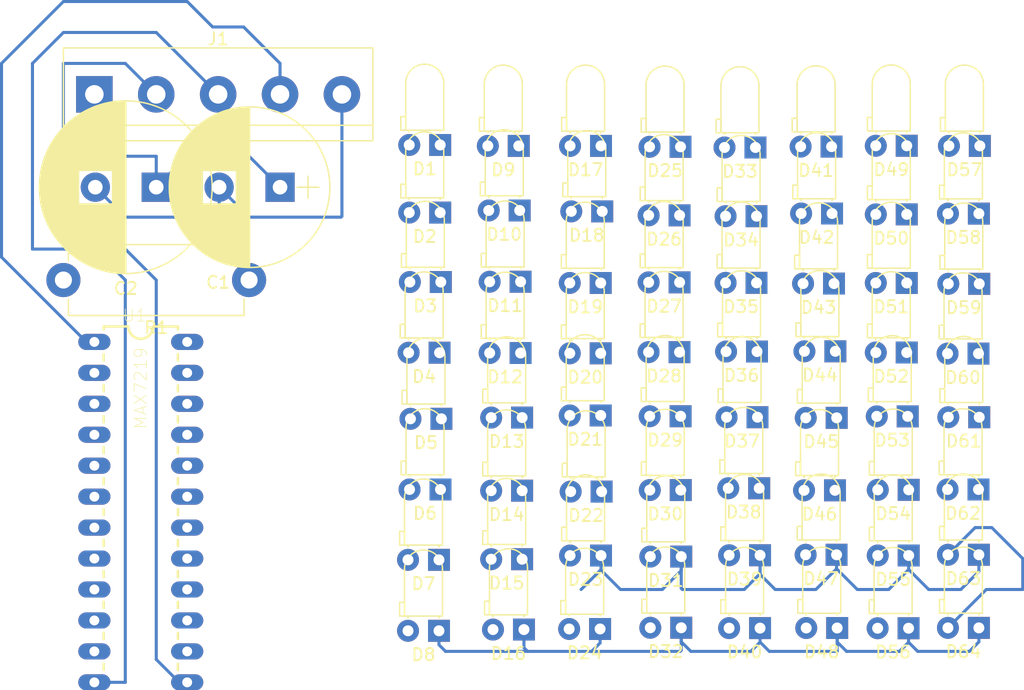
<source format=kicad_pcb>
(kicad_pcb (version 20171130) (host pcbnew "(5.1.2)-2")
  (layers (0 F.Cu signal) (31 B.Cu signal) (34 B.Paste user) (35 F.Paste user) (36 B.SilkS user) (37 F.SilkS user) (38 B.Mask user) (39 F.Mask user) (44 Edge.Cuts user))
  (net 0 "")
  (net 1 GND)
  (net 2 VCC)
  (net 3 DIG0)
  (net 4 SEGDP)
  (net 5 DIG1)
  (net 6 DIG2)
  (net 7 DIG3)
  (net 8 DIG4)
  (net 9 DIG5)
  (net 10 DIG6)
  (net 11 DIG7)
  (net 12 SEGA)
  (net 13 SEGB)
  (net 14 SEGC)
  (net 15 SEGD)
  (net 16 SEGE)
  (net 17 SEGF)
  (net 18 SEGG)
  (net 19 CLK)
  (net 20 LOAD)
  (net 21 DIN)
  (net 22 "Net-(R1-Pad2)")
  (net 23 "Net-(U1-Pad24)")
  (module MAX7219:DIL24 (layer F.Cu) (at 95.25 92.71 270)
    (fp_text reference U1 (at -16.1377 0.50827) (layer F.SilkS) (effects (font (size 1.00054 1.00054) (thickness 0.05))))
    (fp_text value MAX7219 (at -10.1702 0 90) (layer F.SilkS) (effects (font (size 1.00101 1.00101) (thickness 0.05))))
    (pad 15 thru_hole oval (at 8.89 -3.81) (size 2.6416 1.3208) (drill 0.8128) (layers *.Cu *.Mask) (net 17 SEGF))
    (pad 14 thru_hole oval (at 11.43 -3.81) (size 2.6416 1.3208) (drill 0.8128) (layers *.Cu *.Mask) (net 12 SEGA))
    (pad 13 thru_hole oval (at 13.97 -3.81) (size 2.6416 1.3208) (drill 0.8128) (layers *.Cu *.Mask) (net 19 CLK))
    (pad 12 thru_hole oval (at 13.97 3.81) (size 2.6416 1.3208) (drill 0.8128) (layers *.Cu *.Mask) (net 20 LOAD))
    (pad 11 thru_hole oval (at 11.43 3.81) (size 2.6416 1.3208) (drill 0.8128) (layers *.Cu *.Mask) (net 5 DIG1))
    (pad 10 thru_hole oval (at 8.89 3.81) (size 2.6416 1.3208) (drill 0.8128) (layers *.Cu *.Mask) (net 9 DIG5))
    (pad 24 thru_hole oval (at -13.97 -3.81) (size 2.6416 1.3208) (drill 0.8128) (layers *.Cu *.Mask) (net 23 "Net-(U1-Pad24)"))
    (pad 23 thru_hole oval (at -11.43 -3.81) (size 2.6416 1.3208) (drill 0.8128) (layers *.Cu *.Mask) (net 15 SEGD))
    (pad 22 thru_hole oval (at -8.89 -3.81) (size 2.6416 1.3208) (drill 0.8128) (layers *.Cu *.Mask) (net 4 SEGDP))
    (pad 21 thru_hole oval (at -6.35 -3.81) (size 2.6416 1.3208) (drill 0.8128) (layers *.Cu *.Mask) (net 16 SEGE))
    (pad 20 thru_hole oval (at -3.81 -3.81) (size 2.6416 1.3208) (drill 0.8128) (layers *.Cu *.Mask) (net 14 SEGC))
    (pad 19 thru_hole oval (at -1.27 -3.81) (size 2.6416 1.3208) (drill 0.8128) (layers *.Cu *.Mask) (net 2 VCC))
    (pad 18 thru_hole oval (at 1.27 -3.81) (size 2.6416 1.3208) (drill 0.8128) (layers *.Cu *.Mask) (net 22 "Net-(R1-Pad2)"))
    (pad 17 thru_hole oval (at 3.81 -3.81) (size 2.6416 1.3208) (drill 0.8128) (layers *.Cu *.Mask) (net 18 SEGG))
    (pad 16 thru_hole oval (at 6.35 -3.81) (size 2.6416 1.3208) (drill 0.8128) (layers *.Cu *.Mask) (net 13 SEGB))
    (pad 9 thru_hole oval (at 6.35 3.81) (size 2.6416 1.3208) (drill 0.8128) (layers *.Cu *.Mask) (net 1 GND))
    (pad 5 thru_hole oval (at -3.81 3.81) (size 2.6416 1.3208) (drill 0.8128) (layers *.Cu *.Mask) (net 10 DIG6))
    (pad 6 thru_hole oval (at -1.27 3.81) (size 2.6416 1.3208) (drill 0.8128) (layers *.Cu *.Mask) (net 6 DIG2))
    (pad 4 thru_hole oval (at -6.35 3.81) (size 2.6416 1.3208) (drill 0.8128) (layers *.Cu *.Mask) (net 1 GND))
    (pad 3 thru_hole oval (at -8.89 3.81) (size 2.6416 1.3208) (drill 0.8128) (layers *.Cu *.Mask) (net 8 DIG4))
    (pad 8 thru_hole oval (at 3.81 3.81) (size 2.6416 1.3208) (drill 0.8128) (layers *.Cu *.Mask) (net 11 DIG7))
    (pad 7 thru_hole oval (at 1.27 3.81) (size 2.6416 1.3208) (drill 0.8128) (layers *.Cu *.Mask) (net 7 DIG3))
    (pad 2 thru_hole oval (at -11.43 3.81) (size 2.6416 1.3208) (drill 0.8128) (layers *.Cu *.Mask) (net 3 DIG0))
    (pad 1 thru_hole oval (at -13.97 3.81) (size 2.6416 1.3208) (drill 0.8128) (layers *.Cu *.Mask) (net 21 DIN))
  )
  (module Resistors_THT:R_Axial_DIN0614_L14.3mm_D5.7mm_P15.24mm_Horizontal (layer F.Cu) (at 104.14 73.66 180)
    (fp_text reference R1 (at 7.62 -3.91) (layer F.SilkS))
    (fp_text value R)
    (pad 1 thru_hole circle (at 0 0 180) (size 2.8 2.8) (drill 1.4) (layers *.Cu *.Mask) (net 2 VCC))
    (pad 2 thru_hole oval (at 15.24 0 180) (size 2.8 2.8) (drill 1.4) (layers *.Cu *.Mask) (net 22 "Net-(R1-Pad2)"))
  )
  (module Connectors_Terminal_Blocks:TerminalBlock_bornier-5_P5.08mm (layer F.Cu) (at 91.44 58.42)
    (fp_text reference J1 (at 10.15 -4.55) (layer F.SilkS))
    (fp_text value Conn_01x05_Female)
    (pad 2 thru_hole circle (at 5.08 0) (size 3 3) (drill 1.52) (layers *.Cu *.Mask) (net 19 CLK))
    (pad 3 thru_hole circle (at 10.16 0) (size 3 3) (drill 1.52) (layers *.Cu *.Mask) (net 20 LOAD))
    (pad 1 thru_hole rect (at 0 0) (size 3 3) (drill 1.52) (layers *.Cu *.Mask) (net 1 GND))
    (pad 4 thru_hole circle (at 15.24 0) (size 3 3) (drill 1.52) (layers *.Cu *.Mask) (net 21 DIN))
    (pad 5 thru_hole circle (at 20.32 0) (size 3 3) (drill 1.52) (layers *.Cu *.Mask) (net 2 VCC))
  )
  (module LEDs:LED_D3.0mm_Horizontal_O1.27mm_Z2.0mm (layer F.Cu) (at 164.04 102.21 180)
    (fp_text reference D64 (at 1.27 -1.96) (layer F.SilkS))
    (fp_text value LED)
    (pad 1 thru_hole rect (at 0 0 180) (size 1.8 1.8) (drill 0.9) (layers *.Cu *.Mask) (net 11 DIG7))
    (pad 2 thru_hole circle (at 2.54 0 180) (size 1.8 1.8) (drill 0.9) (layers *.Cu *.Mask) (net 18 SEGG))
  )
  (module LEDs:LED_D3.0mm_Horizontal_O1.27mm_Z2.0mm (layer F.Cu) (at 164.04 96.21 180)
    (fp_text reference D63 (at 1.27 -1.96) (layer F.SilkS))
    (fp_text value LED)
    (pad 1 thru_hole rect (at 0 0 180) (size 1.8 1.8) (drill 0.9) (layers *.Cu *.Mask) (net 10 DIG6))
    (pad 2 thru_hole circle (at 2.54 0 180) (size 1.8 1.8) (drill 0.9) (layers *.Cu *.Mask) (net 18 SEGG))
  )
  (module LEDs:LED_D3.0mm_Horizontal_O1.27mm_Z2.0mm (layer F.Cu) (at 164.01 90.85 180)
    (fp_text reference D62 (at 1.27 -1.96) (layer F.SilkS))
    (fp_text value LED)
    (pad 1 thru_hole rect (at 0 0 180) (size 1.8 1.8) (drill 0.9) (layers *.Cu *.Mask) (net 9 DIG5))
    (pad 2 thru_hole circle (at 2.54 0 180) (size 1.8 1.8) (drill 0.9) (layers *.Cu *.Mask) (net 18 SEGG))
  )
  (module LEDs:LED_D3.0mm_Horizontal_O1.27mm_Z2.0mm (layer F.Cu) (at 164.07 84.92 180)
    (fp_text reference D61 (at 1.27 -1.96) (layer F.SilkS))
    (fp_text value LED)
    (pad 1 thru_hole rect (at 0 0 180) (size 1.8 1.8) (drill 0.9) (layers *.Cu *.Mask) (net 8 DIG4))
    (pad 2 thru_hole circle (at 2.54 0 180) (size 1.8 1.8) (drill 0.9) (layers *.Cu *.Mask) (net 18 SEGG))
  )
  (module LEDs:LED_D3.0mm_Horizontal_O1.27mm_Z2.0mm (layer F.Cu) (at 164.01 79.7 180)
    (fp_text reference D60 (at 1.27 -1.96) (layer F.SilkS))
    (fp_text value LED)
    (pad 1 thru_hole rect (at 0 0 180) (size 1.8 1.8) (drill 0.9) (layers *.Cu *.Mask) (net 7 DIG3))
    (pad 2 thru_hole circle (at 2.54 0 180) (size 1.8 1.8) (drill 0.9) (layers *.Cu *.Mask) (net 18 SEGG))
  )
  (module LEDs:LED_D3.0mm_Horizontal_O1.27mm_Z2.0mm (layer F.Cu) (at 164.07 73.97 180)
    (fp_text reference D59 (at 1.27 -1.96) (layer F.SilkS))
    (fp_text value LED)
    (pad 1 thru_hole rect (at 0 0 180) (size 1.8 1.8) (drill 0.9) (layers *.Cu *.Mask) (net 6 DIG2))
    (pad 2 thru_hole circle (at 2.54 0 180) (size 1.8 1.8) (drill 0.9) (layers *.Cu *.Mask) (net 18 SEGG))
  )
  (module LEDs:LED_D3.0mm_Horizontal_O1.27mm_Z2.0mm (layer F.Cu) (at 164.04 68.21 180)
    (fp_text reference D58 (at 1.27 -1.96) (layer F.SilkS))
    (fp_text value LED)
    (pad 1 thru_hole rect (at 0 0 180) (size 1.8 1.8) (drill 0.9) (layers *.Cu *.Mask) (net 5 DIG1))
    (pad 2 thru_hole circle (at 2.54 0 180) (size 1.8 1.8) (drill 0.9) (layers *.Cu *.Mask) (net 18 SEGG))
  )
  (module LEDs:LED_D3.0mm_Horizontal_O1.27mm_Z2.0mm (layer F.Cu) (at 164.12 62.65 180)
    (fp_text reference D57 (at 1.27 -1.96) (layer F.SilkS))
    (fp_text value LED)
    (pad 1 thru_hole rect (at 0 0 180) (size 1.8 1.8) (drill 0.9) (layers *.Cu *.Mask) (net 3 DIG0))
    (pad 2 thru_hole circle (at 2.54 0 180) (size 1.8 1.8) (drill 0.9) (layers *.Cu *.Mask) (net 18 SEGG))
  )
  (module LEDs:LED_D3.0mm_Horizontal_O1.27mm_Z2.0mm (layer F.Cu) (at 158.27 102.24 180)
    (fp_text reference D56 (at 1.27 -1.96) (layer F.SilkS))
    (fp_text value LED)
    (pad 1 thru_hole rect (at 0 0 180) (size 1.8 1.8) (drill 0.9) (layers *.Cu *.Mask) (net 11 DIG7))
    (pad 2 thru_hole circle (at 2.54 0 180) (size 1.8 1.8) (drill 0.9) (layers *.Cu *.Mask) (net 17 SEGF))
  )
  (module LEDs:LED_D3.0mm_Horizontal_O1.27mm_Z2.0mm (layer F.Cu) (at 158.28 96.27 180)
    (fp_text reference D55 (at 1.27 -1.96) (layer F.SilkS))
    (fp_text value LED)
    (pad 1 thru_hole rect (at 0 0 180) (size 1.8 1.8) (drill 0.9) (layers *.Cu *.Mask) (net 10 DIG6))
    (pad 2 thru_hole circle (at 2.54 0 180) (size 1.8 1.8) (drill 0.9) (layers *.Cu *.Mask) (net 17 SEGF))
  )
  (module LEDs:LED_D3.0mm_Horizontal_O1.27mm_Z2.0mm (layer F.Cu) (at 158.28 90.88 180)
    (fp_text reference D54 (at 1.27 -1.96) (layer F.SilkS))
    (fp_text value LED)
    (pad 1 thru_hole rect (at 0 0 180) (size 1.8 1.8) (drill 0.9) (layers *.Cu *.Mask) (net 9 DIG5))
    (pad 2 thru_hole circle (at 2.54 0 180) (size 1.8 1.8) (drill 0.9) (layers *.Cu *.Mask) (net 17 SEGF))
  )
  (module LEDs:LED_D3.0mm_Horizontal_O1.27mm_Z2.0mm (layer F.Cu) (at 158.2 84.85 180)
    (fp_text reference D53 (at 1.27 -1.96) (layer F.SilkS))
    (fp_text value LED)
    (pad 1 thru_hole rect (at 0 0 180) (size 1.8 1.8) (drill 0.9) (layers *.Cu *.Mask) (net 8 DIG4))
    (pad 2 thru_hole circle (at 2.54 0 180) (size 1.8 1.8) (drill 0.9) (layers *.Cu *.Mask) (net 17 SEGF))
  )
  (module LEDs:LED_D3.0mm_Horizontal_O1.27mm_Z2.0mm (layer F.Cu) (at 158.12 79.61 180)
    (fp_text reference D52 (at 1.27 -1.96) (layer F.SilkS))
    (fp_text value LED)
    (pad 1 thru_hole rect (at 0 0 180) (size 1.8 1.8) (drill 0.9) (layers *.Cu *.Mask) (net 7 DIG3))
    (pad 2 thru_hole circle (at 2.54 0 180) (size 1.8 1.8) (drill 0.9) (layers *.Cu *.Mask) (net 17 SEGF))
  )
  (module LEDs:LED_D3.0mm_Horizontal_O1.27mm_Z2.0mm (layer F.Cu) (at 158.12 73.9 180)
    (fp_text reference D51 (at 1.27 -1.96) (layer F.SilkS))
    (fp_text value LED)
    (pad 1 thru_hole rect (at 0 0 180) (size 1.8 1.8) (drill 0.9) (layers *.Cu *.Mask) (net 6 DIG2))
    (pad 2 thru_hole circle (at 2.54 0 180) (size 1.8 1.8) (drill 0.9) (layers *.Cu *.Mask) (net 17 SEGF))
  )
  (module LEDs:LED_D3.0mm_Horizontal_O1.27mm_Z2.0mm (layer F.Cu) (at 158.12 68.27 180)
    (fp_text reference D50 (at 1.27 -1.96) (layer F.SilkS))
    (fp_text value LED)
    (pad 1 thru_hole rect (at 0 0 180) (size 1.8 1.8) (drill 0.9) (layers *.Cu *.Mask) (net 5 DIG1))
    (pad 2 thru_hole circle (at 2.54 0 180) (size 1.8 1.8) (drill 0.9) (layers *.Cu *.Mask) (net 17 SEGF))
  )
  (module LEDs:LED_D3.0mm_Horizontal_O1.27mm_Z2.0mm (layer F.Cu) (at 158.12 62.64 180)
    (fp_text reference D49 (at 1.27 -1.96) (layer F.SilkS))
    (fp_text value LED)
    (pad 1 thru_hole rect (at 0 0 180) (size 1.8 1.8) (drill 0.9) (layers *.Cu *.Mask) (net 3 DIG0))
    (pad 2 thru_hole circle (at 2.54 0 180) (size 1.8 1.8) (drill 0.9) (layers *.Cu *.Mask) (net 17 SEGF))
  )
  (module LEDs:LED_D3.0mm_Horizontal_O1.27mm_Z2.0mm (layer F.Cu) (at 152.41 102.22 180)
    (fp_text reference D48 (at 1.27 -1.96) (layer F.SilkS))
    (fp_text value LED)
    (pad 1 thru_hole rect (at 0 0 180) (size 1.8 1.8) (drill 0.9) (layers *.Cu *.Mask) (net 11 DIG7))
    (pad 2 thru_hole circle (at 2.54 0 180) (size 1.8 1.8) (drill 0.9) (layers *.Cu *.Mask) (net 16 SEGE))
  )
  (module LEDs:LED_D3.0mm_Horizontal_O1.27mm_Z2.0mm (layer F.Cu) (at 152.36 96.21 180)
    (fp_text reference D47 (at 1.27 -1.96) (layer F.SilkS))
    (fp_text value LED)
    (pad 1 thru_hole rect (at 0 0 180) (size 1.8 1.8) (drill 0.9) (layers *.Cu *.Mask) (net 10 DIG6))
    (pad 2 thru_hole circle (at 2.54 0 180) (size 1.8 1.8) (drill 0.9) (layers *.Cu *.Mask) (net 16 SEGE))
  )
  (module LEDs:LED_D3.0mm_Horizontal_O1.27mm_Z2.0mm (layer F.Cu) (at 152.23 90.92 180)
    (fp_text reference D46 (at 1.27 -1.96) (layer F.SilkS))
    (fp_text value LED)
    (pad 1 thru_hole rect (at 0 0 180) (size 1.8 1.8) (drill 0.9) (layers *.Cu *.Mask) (net 9 DIG5))
    (pad 2 thru_hole circle (at 2.54 0 180) (size 1.8 1.8) (drill 0.9) (layers *.Cu *.Mask) (net 16 SEGE))
  )
  (module LEDs:LED_D3.0mm_Horizontal_O1.27mm_Z2.0mm (layer F.Cu) (at 152.37 84.97 180)
    (fp_text reference D45 (at 1.27 -1.96) (layer F.SilkS))
    (fp_text value LED)
    (pad 1 thru_hole rect (at 0 0 180) (size 1.8 1.8) (drill 0.9) (layers *.Cu *.Mask) (net 8 DIG4))
    (pad 2 thru_hole circle (at 2.54 0 180) (size 1.8 1.8) (drill 0.9) (layers *.Cu *.Mask) (net 16 SEGE))
  )
  (module LEDs:LED_D3.0mm_Horizontal_O1.27mm_Z2.0mm (layer F.Cu) (at 152.26 79.51 180)
    (fp_text reference D44 (at 1.27 -1.96) (layer F.SilkS))
    (fp_text value LED)
    (pad 1 thru_hole rect (at 0 0 180) (size 1.8 1.8) (drill 0.9) (layers *.Cu *.Mask) (net 7 DIG3))
    (pad 2 thru_hole circle (at 2.54 0 180) (size 1.8 1.8) (drill 0.9) (layers *.Cu *.Mask) (net 16 SEGE))
  )
  (module LEDs:LED_D3.0mm_Horizontal_O1.27mm_Z2.0mm (layer F.Cu) (at 152.15 73.95 180)
    (fp_text reference D43 (at 1.27 -1.96) (layer F.SilkS))
    (fp_text value LED)
    (pad 1 thru_hole rect (at 0 0 180) (size 1.8 1.8) (drill 0.9) (layers *.Cu *.Mask) (net 6 DIG2))
    (pad 2 thru_hole circle (at 2.54 0 180) (size 1.8 1.8) (drill 0.9) (layers *.Cu *.Mask) (net 16 SEGE))
  )
  (module LEDs:LED_D3.0mm_Horizontal_O1.27mm_Z2.0mm (layer F.Cu) (at 151.99 68.2 180)
    (fp_text reference D42 (at 1.27 -1.96) (layer F.SilkS))
    (fp_text value LED)
    (pad 1 thru_hole rect (at 0 0 180) (size 1.8 1.8) (drill 0.9) (layers *.Cu *.Mask) (net 5 DIG1))
    (pad 2 thru_hole circle (at 2.54 0 180) (size 1.8 1.8) (drill 0.9) (layers *.Cu *.Mask) (net 16 SEGE))
  )
  (module LEDs:LED_D3.0mm_Horizontal_O1.27mm_Z2.0mm (layer F.Cu) (at 151.95 62.71 180)
    (fp_text reference D41 (at 1.27 -1.96) (layer F.SilkS))
    (fp_text value LED)
    (pad 1 thru_hole rect (at 0 0 180) (size 1.8 1.8) (drill 0.9) (layers *.Cu *.Mask) (net 3 DIG0))
    (pad 2 thru_hole circle (at 2.54 0 180) (size 1.8 1.8) (drill 0.9) (layers *.Cu *.Mask) (net 16 SEGE))
  )
  (module LEDs:LED_D3.0mm_Horizontal_O1.27mm_Z2.0mm (layer F.Cu) (at 146.08 102.23 180)
    (fp_text reference D40 (at 1.27 -1.96) (layer F.SilkS))
    (fp_text value LED)
    (pad 1 thru_hole rect (at 0 0 180) (size 1.8 1.8) (drill 0.9) (layers *.Cu *.Mask) (net 11 DIG7))
    (pad 2 thru_hole circle (at 2.54 0 180) (size 1.8 1.8) (drill 0.9) (layers *.Cu *.Mask) (net 15 SEGD))
  )
  (module LEDs:LED_D3.0mm_Horizontal_O1.27mm_Z2.0mm (layer F.Cu) (at 146.08 96.25 180)
    (fp_text reference D39 (at 1.27 -1.96) (layer F.SilkS))
    (fp_text value LED)
    (pad 1 thru_hole rect (at 0 0 180) (size 1.8 1.8) (drill 0.9) (layers *.Cu *.Mask) (net 10 DIG6))
    (pad 2 thru_hole circle (at 2.54 0 180) (size 1.8 1.8) (drill 0.9) (layers *.Cu *.Mask) (net 15 SEGD))
  )
  (module LEDs:LED_D3.0mm_Horizontal_O1.27mm_Z2.0mm (layer F.Cu) (at 146.01 90.75 180)
    (fp_text reference D38 (at 1.27 -1.96) (layer F.SilkS))
    (fp_text value LED)
    (pad 1 thru_hole rect (at 0 0 180) (size 1.8 1.8) (drill 0.9) (layers *.Cu *.Mask) (net 9 DIG5))
    (pad 2 thru_hole circle (at 2.54 0 180) (size 1.8 1.8) (drill 0.9) (layers *.Cu *.Mask) (net 15 SEGD))
  )
  (module LEDs:LED_D3.0mm_Horizontal_O1.27mm_Z2.0mm (layer F.Cu) (at 145.87 84.92 180)
    (fp_text reference D37 (at 1.27 -1.96) (layer F.SilkS))
    (fp_text value LED)
    (pad 1 thru_hole rect (at 0 0 180) (size 1.8 1.8) (drill 0.9) (layers *.Cu *.Mask) (net 8 DIG4))
    (pad 2 thru_hole circle (at 2.54 0 180) (size 1.8 1.8) (drill 0.9) (layers *.Cu *.Mask) (net 15 SEGD))
  )
  (module LEDs:LED_D3.0mm_Horizontal_O1.27mm_Z2.0mm (layer F.Cu) (at 145.83 79.53 180)
    (fp_text reference D36 (at 1.27 -1.96) (layer F.SilkS))
    (fp_text value LED)
    (pad 1 thru_hole rect (at 0 0 180) (size 1.8 1.8) (drill 0.9) (layers *.Cu *.Mask) (net 7 DIG3))
    (pad 2 thru_hole circle (at 2.54 0 180) (size 1.8 1.8) (drill 0.9) (layers *.Cu *.Mask) (net 15 SEGD))
  )
  (module LEDs:LED_D3.0mm_Horizontal_O1.27mm_Z2.0mm (layer F.Cu) (at 145.79 73.89 180)
    (fp_text reference D35 (at 1.27 -1.96) (layer F.SilkS))
    (fp_text value LED)
    (pad 1 thru_hole rect (at 0 0 180) (size 1.8 1.8) (drill 0.9) (layers *.Cu *.Mask) (net 6 DIG2))
    (pad 2 thru_hole circle (at 2.54 0 180) (size 1.8 1.8) (drill 0.9) (layers *.Cu *.Mask) (net 15 SEGD))
  )
  (module LEDs:LED_D3.0mm_Horizontal_O1.27mm_Z2.0mm (layer F.Cu) (at 145.79 68.42 180)
    (fp_text reference D34 (at 1.27 -1.96) (layer F.SilkS))
    (fp_text value LED)
    (pad 1 thru_hole rect (at 0 0 180) (size 1.8 1.8) (drill 0.9) (layers *.Cu *.Mask) (net 5 DIG1))
    (pad 2 thru_hole circle (at 2.54 0 180) (size 1.8 1.8) (drill 0.9) (layers *.Cu *.Mask) (net 15 SEGD))
  )
  (module LEDs:LED_D3.0mm_Horizontal_O1.27mm_Z2.0mm (layer F.Cu) (at 145.7 62.78 180)
    (fp_text reference D33 (at 1.27 -1.96) (layer F.SilkS))
    (fp_text value LED)
    (pad 1 thru_hole rect (at 0 0 180) (size 1.8 1.8) (drill 0.9) (layers *.Cu *.Mask) (net 3 DIG0))
    (pad 2 thru_hole circle (at 2.54 0 180) (size 1.8 1.8) (drill 0.9) (layers *.Cu *.Mask) (net 15 SEGD))
  )
  (module LEDs:LED_D3.0mm_Horizontal_O1.27mm_Z2.0mm (layer F.Cu) (at 139.61 102.2 180)
    (fp_text reference D32 (at 1.27 -1.96) (layer F.SilkS))
    (fp_text value LED)
    (pad 1 thru_hole rect (at 0 0 180) (size 1.8 1.8) (drill 0.9) (layers *.Cu *.Mask) (net 11 DIG7))
    (pad 2 thru_hole circle (at 2.54 0 180) (size 1.8 1.8) (drill 0.9) (layers *.Cu *.Mask) (net 14 SEGC))
  )
  (module LEDs:LED_D3.0mm_Horizontal_O1.27mm_Z2.0mm (layer F.Cu) (at 139.61 96.36 180)
    (fp_text reference D31 (at 1.27 -1.96) (layer F.SilkS))
    (fp_text value LED)
    (pad 1 thru_hole rect (at 0 0 180) (size 1.8 1.8) (drill 0.9) (layers *.Cu *.Mask) (net 10 DIG6))
    (pad 2 thru_hole circle (at 2.54 0 180) (size 1.8 1.8) (drill 0.9) (layers *.Cu *.Mask) (net 14 SEGC))
  )
  (module LEDs:LED_D3.0mm_Horizontal_O1.27mm_Z2.0mm (layer F.Cu) (at 139.57 90.9 180)
    (fp_text reference D30 (at 1.27 -1.96) (layer F.SilkS))
    (fp_text value LED)
    (pad 1 thru_hole rect (at 0 0 180) (size 1.8 1.8) (drill 0.9) (layers *.Cu *.Mask) (net 9 DIG5))
    (pad 2 thru_hole circle (at 2.54 0 180) (size 1.8 1.8) (drill 0.9) (layers *.Cu *.Mask) (net 14 SEGC))
  )
  (module LEDs:LED_D3.0mm_Horizontal_O1.27mm_Z2.0mm (layer F.Cu) (at 139.56 84.84 180)
    (fp_text reference D29 (at 1.27 -1.96) (layer F.SilkS))
    (fp_text value LED)
    (pad 1 thru_hole rect (at 0 0 180) (size 1.8 1.8) (drill 0.9) (layers *.Cu *.Mask) (net 8 DIG4))
    (pad 2 thru_hole circle (at 2.54 0 180) (size 1.8 1.8) (drill 0.9) (layers *.Cu *.Mask) (net 14 SEGC))
  )
  (module LEDs:LED_D3.0mm_Horizontal_O1.27mm_Z2.0mm (layer F.Cu) (at 139.47 79.58 180)
    (fp_text reference D28 (at 1.27 -1.96) (layer F.SilkS))
    (fp_text value LED)
    (pad 1 thru_hole rect (at 0 0 180) (size 1.8 1.8) (drill 0.9) (layers *.Cu *.Mask) (net 7 DIG3))
    (pad 2 thru_hole circle (at 2.54 0 180) (size 1.8 1.8) (drill 0.9) (layers *.Cu *.Mask) (net 14 SEGC))
  )
  (module LEDs:LED_D3.0mm_Horizontal_O1.27mm_Z2.0mm (layer F.Cu) (at 139.475 73.85 180)
    (fp_text reference D27 (at 1.27 -1.96) (layer F.SilkS))
    (fp_text value LED)
    (pad 1 thru_hole rect (at 0 0 180) (size 1.8 1.8) (drill 0.9) (layers *.Cu *.Mask) (net 6 DIG2))
    (pad 2 thru_hole circle (at 2.54 0 180) (size 1.8 1.8) (drill 0.9) (layers *.Cu *.Mask) (net 14 SEGC))
  )
  (module LEDs:LED_D3.0mm_Horizontal_O1.27mm_Z2.0mm (layer F.Cu) (at 139.475 68.35 180)
    (fp_text reference D26 (at 1.27 -1.96) (layer F.SilkS))
    (fp_text value LED)
    (pad 1 thru_hole rect (at 0 0 180) (size 1.8 1.8) (drill 0.9) (layers *.Cu *.Mask) (net 5 DIG1))
    (pad 2 thru_hole circle (at 2.54 0 180) (size 1.8 1.8) (drill 0.9) (layers *.Cu *.Mask) (net 14 SEGC))
  )
  (module LEDs:LED_D3.0mm_Horizontal_O1.27mm_Z2.0mm (layer F.Cu) (at 139.55 62.725 180)
    (fp_text reference D25 (at 1.27 -1.96) (layer F.SilkS))
    (fp_text value LED)
    (pad 1 thru_hole rect (at 0 0 180) (size 1.8 1.8) (drill 0.9) (layers *.Cu *.Mask) (net 3 DIG0))
    (pad 2 thru_hole circle (at 2.54 0 180) (size 1.8 1.8) (drill 0.9) (layers *.Cu *.Mask) (net 14 SEGC))
  )
  (module LEDs:LED_D3.0mm_Horizontal_O1.27mm_Z2.0mm (layer F.Cu) (at 132.95 102.3 180)
    (fp_text reference D24 (at 1.27 -1.96) (layer F.SilkS))
    (fp_text value LED)
    (pad 1 thru_hole rect (at 0 0 180) (size 1.8 1.8) (drill 0.9) (layers *.Cu *.Mask) (net 11 DIG7))
    (pad 2 thru_hole circle (at 2.54 0 180) (size 1.8 1.8) (drill 0.9) (layers *.Cu *.Mask) (net 13 SEGB))
  )
  (module LEDs:LED_D3.0mm_Horizontal_O1.27mm_Z2.0mm (layer F.Cu) (at 133.025 96.275 180)
    (fp_text reference D23 (at 1.27 -1.96) (layer F.SilkS))
    (fp_text value LED)
    (pad 1 thru_hole rect (at 0 0 180) (size 1.8 1.8) (drill 0.9) (layers *.Cu *.Mask) (net 10 DIG6))
    (pad 2 thru_hole circle (at 2.54 0 180) (size 1.8 1.8) (drill 0.9) (layers *.Cu *.Mask) (net 13 SEGB))
  )
  (module LEDs:LED_D3.0mm_Horizontal_O1.27mm_Z2.0mm (layer F.Cu) (at 133.075 91.025 180)
    (fp_text reference D22 (at 1.27 -1.96) (layer F.SilkS))
    (fp_text value LED)
    (pad 1 thru_hole rect (at 0 0 180) (size 1.8 1.8) (drill 0.9) (layers *.Cu *.Mask) (net 9 DIG5))
    (pad 2 thru_hole circle (at 2.54 0 180) (size 1.8 1.8) (drill 0.9) (layers *.Cu *.Mask) (net 13 SEGB))
  )
  (module LEDs:LED_D3.0mm_Horizontal_O1.27mm_Z2.0mm (layer F.Cu) (at 133 84.775 180)
    (fp_text reference D21 (at 1.27 -1.96) (layer F.SilkS))
    (fp_text value LED)
    (pad 1 thru_hole rect (at 0 0 180) (size 1.8 1.8) (drill 0.9) (layers *.Cu *.Mask) (net 8 DIG4))
    (pad 2 thru_hole circle (at 2.54 0 180) (size 1.8 1.8) (drill 0.9) (layers *.Cu *.Mask) (net 13 SEGB))
  )
  (module LEDs:LED_D3.0mm_Horizontal_O1.27mm_Z2.0mm (layer F.Cu) (at 133 79.675 180)
    (fp_text reference D20 (at 1.27 -1.96) (layer F.SilkS))
    (fp_text value LED)
    (pad 1 thru_hole rect (at 0 0 180) (size 1.8 1.8) (drill 0.9) (layers *.Cu *.Mask) (net 7 DIG3))
    (pad 2 thru_hole circle (at 2.54 0 180) (size 1.8 1.8) (drill 0.9) (layers *.Cu *.Mask) (net 13 SEGB))
  )
  (module LEDs:LED_D3.0mm_Horizontal_O1.27mm_Z2.0mm (layer F.Cu) (at 133 73.9 180)
    (fp_text reference D19 (at 1.27 -1.96) (layer F.SilkS))
    (fp_text value LED)
    (pad 1 thru_hole rect (at 0 0 180) (size 1.8 1.8) (drill 0.9) (layers *.Cu *.Mask) (net 6 DIG2))
    (pad 2 thru_hole circle (at 2.54 0 180) (size 1.8 1.8) (drill 0.9) (layers *.Cu *.Mask) (net 13 SEGB))
  )
  (module LEDs:LED_D3.0mm_Horizontal_O1.27mm_Z2.0mm (layer F.Cu) (at 133.125 68.025 180)
    (fp_text reference D18 (at 1.27 -1.96) (layer F.SilkS))
    (fp_text value LED)
    (pad 1 thru_hole rect (at 0 0 180) (size 1.8 1.8) (drill 0.9) (layers *.Cu *.Mask) (net 5 DIG1))
    (pad 2 thru_hole circle (at 2.54 0 180) (size 1.8 1.8) (drill 0.9) (layers *.Cu *.Mask) (net 13 SEGB))
  )
  (module LEDs:LED_D3.0mm_Horizontal_O1.27mm_Z2.0mm (layer F.Cu) (at 133.025 62.65 180)
    (fp_text reference D17 (at 1.27 -1.96) (layer F.SilkS))
    (fp_text value LED)
    (pad 1 thru_hole rect (at 0 0 180) (size 1.8 1.8) (drill 0.9) (layers *.Cu *.Mask) (net 3 DIG0))
    (pad 2 thru_hole circle (at 2.54 0 180) (size 1.8 1.8) (drill 0.9) (layers *.Cu *.Mask) (net 13 SEGB))
  )
  (module LEDs:LED_D3.0mm_Horizontal_O1.27mm_Z2.0mm (layer F.Cu) (at 126.7 102.35 180)
    (fp_text reference D16 (at 1.27 -1.96) (layer F.SilkS))
    (fp_text value LED)
    (pad 1 thru_hole rect (at 0 0 180) (size 1.8 1.8) (drill 0.9) (layers *.Cu *.Mask) (net 11 DIG7))
    (pad 2 thru_hole circle (at 2.54 0 180) (size 1.8 1.8) (drill 0.9) (layers *.Cu *.Mask) (net 12 SEGA))
  )
  (module LEDs:LED_D3.0mm_Horizontal_O1.27mm_Z2.0mm (layer F.Cu) (at 126.55 96.575 180)
    (fp_text reference D15 (at 1.27 -1.96) (layer F.SilkS))
    (fp_text value LED)
    (pad 1 thru_hole rect (at 0 0 180) (size 1.8 1.8) (drill 0.9) (layers *.Cu *.Mask) (net 10 DIG6))
    (pad 2 thru_hole circle (at 2.54 0 180) (size 1.8 1.8) (drill 0.9) (layers *.Cu *.Mask) (net 12 SEGA))
  )
  (module LEDs:LED_D3.0mm_Horizontal_O1.27mm_Z2.0mm (layer F.Cu) (at 126.55 90.95 180)
    (fp_text reference D14 (at 1.27 -1.96) (layer F.SilkS))
    (fp_text value LED)
    (pad 1 thru_hole rect (at 0 0 180) (size 1.8 1.8) (drill 0.9) (layers *.Cu *.Mask) (net 9 DIG5))
    (pad 2 thru_hole circle (at 2.54 0 180) (size 1.8 1.8) (drill 0.9) (layers *.Cu *.Mask) (net 12 SEGA))
  )
  (module LEDs:LED_D3.0mm_Horizontal_O1.27mm_Z2.0mm (layer F.Cu) (at 126.55 84.95 180)
    (fp_text reference D13 (at 1.27 -1.96) (layer F.SilkS))
    (fp_text value LED)
    (pad 1 thru_hole rect (at 0 0 180) (size 1.8 1.8) (drill 0.9) (layers *.Cu *.Mask) (net 8 DIG4))
    (pad 2 thru_hole circle (at 2.54 0 180) (size 1.8 1.8) (drill 0.9) (layers *.Cu *.Mask) (net 12 SEGA))
  )
  (module LEDs:LED_D3.0mm_Horizontal_O1.27mm_Z2.0mm (layer F.Cu) (at 126.425 79.65 180)
    (fp_text reference D12 (at 1.27 -1.96) (layer F.SilkS))
    (fp_text value LED)
    (pad 1 thru_hole rect (at 0 0 180) (size 1.8 1.8) (drill 0.9) (layers *.Cu *.Mask) (net 7 DIG3))
    (pad 2 thru_hole circle (at 2.54 0 180) (size 1.8 1.8) (drill 0.9) (layers *.Cu *.Mask) (net 12 SEGA))
  )
  (module LEDs:LED_D3.0mm_Horizontal_O1.27mm_Z2.0mm (layer F.Cu) (at 126.425 73.8 180)
    (fp_text reference D11 (at 1.27 -1.96) (layer F.SilkS))
    (fp_text value LED)
    (pad 1 thru_hole rect (at 0 0 180) (size 1.8 1.8) (drill 0.9) (layers *.Cu *.Mask) (net 6 DIG2))
    (pad 2 thru_hole circle (at 2.54 0 180) (size 1.8 1.8) (drill 0.9) (layers *.Cu *.Mask) (net 12 SEGA))
  )
  (module LEDs:LED_D3.0mm_Horizontal_O1.27mm_Z2.0mm (layer F.Cu) (at 126.35 67.95 180)
    (fp_text reference D10 (at 1.27 -1.96) (layer F.SilkS))
    (fp_text value LED)
    (pad 1 thru_hole rect (at 0 0 180) (size 1.8 1.8) (drill 0.9) (layers *.Cu *.Mask) (net 5 DIG1))
    (pad 2 thru_hole circle (at 2.54 0 180) (size 1.8 1.8) (drill 0.9) (layers *.Cu *.Mask) (net 12 SEGA))
  )
  (module LEDs:LED_D3.0mm_Horizontal_O1.27mm_Z2.0mm (layer F.Cu) (at 126.275 62.65 180)
    (fp_text reference D9 (at 1.27 -1.96) (layer F.SilkS))
    (fp_text value LED)
    (pad 1 thru_hole rect (at 0 0 180) (size 1.8 1.8) (drill 0.9) (layers *.Cu *.Mask) (net 3 DIG0))
    (pad 2 thru_hole circle (at 2.54 0 180) (size 1.8 1.8) (drill 0.9) (layers *.Cu *.Mask) (net 12 SEGA))
  )
  (module LEDs:LED_D3.0mm_Horizontal_O1.27mm_Z2.0mm (layer F.Cu) (at 119.725 102.45 180)
    (fp_text reference D8 (at 1.27 -1.96) (layer F.SilkS))
    (fp_text value LED)
    (pad 1 thru_hole rect (at 0 0 180) (size 1.8 1.8) (drill 0.9) (layers *.Cu *.Mask) (net 11 DIG7))
    (pad 2 thru_hole circle (at 2.54 0 180) (size 1.8 1.8) (drill 0.9) (layers *.Cu *.Mask) (net 4 SEGDP))
  )
  (module LEDs:LED_D3.0mm_Horizontal_O1.27mm_Z2.0mm (layer F.Cu) (at 119.725 96.625 180)
    (fp_text reference D7 (at 1.27 -1.96) (layer F.SilkS))
    (fp_text value LED)
    (pad 1 thru_hole rect (at 0 0 180) (size 1.8 1.8) (drill 0.9) (layers *.Cu *.Mask) (net 10 DIG6))
    (pad 2 thru_hole circle (at 2.54 0 180) (size 1.8 1.8) (drill 0.9) (layers *.Cu *.Mask) (net 4 SEGDP))
  )
  (module LEDs:LED_D3.0mm_Horizontal_O1.27mm_Z2.0mm (layer F.Cu) (at 119.85 90.85 180)
    (fp_text reference D6 (at 1.27 -1.96) (layer F.SilkS))
    (fp_text value LED)
    (pad 1 thru_hole rect (at 0 0 180) (size 1.8 1.8) (drill 0.9) (layers *.Cu *.Mask) (net 9 DIG5))
    (pad 2 thru_hole circle (at 2.54 0 180) (size 1.8 1.8) (drill 0.9) (layers *.Cu *.Mask) (net 4 SEGDP))
  )
  (module LEDs:LED_D3.0mm_Horizontal_O1.27mm_Z2.0mm (layer F.Cu) (at 119.925 85.05 180)
    (fp_text reference D5 (at 1.27 -1.96) (layer F.SilkS))
    (fp_text value LED)
    (pad 1 thru_hole rect (at 0 0 180) (size 1.8 1.8) (drill 0.9) (layers *.Cu *.Mask) (net 8 DIG4))
    (pad 2 thru_hole circle (at 2.54 0 180) (size 1.8 1.8) (drill 0.9) (layers *.Cu *.Mask) (net 4 SEGDP))
  )
  (module LEDs:LED_D3.0mm_Horizontal_O1.27mm_Z2.0mm (layer F.Cu) (at 119.775 79.625 180)
    (fp_text reference D4 (at 1.27 -1.96) (layer F.SilkS))
    (fp_text value LED)
    (pad 1 thru_hole rect (at 0 0 180) (size 1.8 1.8) (drill 0.9) (layers *.Cu *.Mask) (net 7 DIG3))
    (pad 2 thru_hole circle (at 2.54 0 180) (size 1.8 1.8) (drill 0.9) (layers *.Cu *.Mask) (net 4 SEGDP))
  )
  (module LEDs:LED_D3.0mm_Horizontal_O1.27mm_Z2.0mm (layer F.Cu) (at 119.875 73.825 180)
    (fp_text reference D3 (at 1.27 -1.96) (layer F.SilkS))
    (fp_text value LED)
    (pad 1 thru_hole rect (at 0 0 180) (size 1.8 1.8) (drill 0.9) (layers *.Cu *.Mask) (net 6 DIG2))
    (pad 2 thru_hole circle (at 2.54 0 180) (size 1.8 1.8) (drill 0.9) (layers *.Cu *.Mask) (net 4 SEGDP))
  )
  (module LEDs:LED_D3.0mm_Horizontal_O1.27mm_Z2.0mm (layer F.Cu) (at 119.825 68.125 180)
    (fp_text reference D2 (at 1.27 -1.96) (layer F.SilkS))
    (fp_text value LED)
    (pad 1 thru_hole rect (at 0 0 180) (size 1.8 1.8) (drill 0.9) (layers *.Cu *.Mask) (net 5 DIG1))
    (pad 2 thru_hole circle (at 2.54 0 180) (size 1.8 1.8) (drill 0.9) (layers *.Cu *.Mask) (net 4 SEGDP))
  )
  (module LEDs:LED_D3.0mm_Horizontal_O1.27mm_Z2.0mm (layer F.Cu) (at 119.825 62.575 180)
    (fp_text reference D1 (at 1.27 -1.96) (layer F.SilkS))
    (fp_text value LED)
    (pad 1 thru_hole rect (at 0 0 180) (size 1.8 1.8) (drill 0.9) (layers *.Cu *.Mask) (net 3 DIG0))
    (pad 2 thru_hole circle (at 2.54 0 180) (size 1.8 1.8) (drill 0.9) (layers *.Cu *.Mask) (net 4 SEGDP))
  )
  (module Capacitors_THT:CP_Radial_D14.0mm_P5.00mm (layer F.Cu) (at 96.52 66.04 180)
    (fp_text reference C2 (at 2.5 -8.31) (layer F.SilkS))
    (fp_text value C)
    (pad 1 thru_hole rect (at 0 0 180) (size 2.4 2.4) (drill 1.2) (layers *.Cu *.Mask) (net 1 GND))
    (pad 2 thru_hole circle (at 5 0 180) (size 2.4 2.4) (drill 1.2) (layers *.Cu *.Mask) (net 2 VCC))
  )
  (module Capacitors_THT:CP_Radial_D13.0mm_P5.00mm (layer F.Cu) (at 106.68 66.04 180)
    (fp_text reference C1 (at 5.08 -7.81) (layer F.SilkS))
    (fp_text value C)
    (pad 1 thru_hole rect (at 0 0 180) (size 2.4 2.4) (drill 1.2) (layers *.Cu *.Mask) (net 1 GND))
    (pad 2 thru_hole circle (at 5 0 180) (size 2.4 2.4) (drill 1.2) (layers *.Cu *.Mask) (net 2 VCC))
  )
  (segment (start 91.44 58.42) (end 91.44 60.96) (width 0.25) (layer B.Cu) (net 1))
  (segment (start 91.44 60.96) (end 93.98 63.5) (width 0.25) (layer B.Cu) (net 1))
  (segment (start 93.98 63.5) (end 96.52 63.5) (width 0.25) (layer B.Cu) (net 1))
  (segment (start 96.52 63.5) (end 96.52 66.04) (width 0.25) (layer B.Cu) (net 1))
  (segment (start 106.68 66.04) (end 104.14 63.5) (width 0.25) (layer B.Cu) (net 1))
  (segment (start 104.14 63.5) (end 99.06 63.5) (width 0.25) (layer B.Cu) (net 1))
  (segment (start 99.06 63.5) (end 96.52 66.04) (width 0.25) (layer B.Cu) (net 1))
  (segment (start 91.52 66.04) (end 93.98 68.5) (width 0.25) (layer B.Cu) (net 2))
  (segment (start 93.98 68.5) (end 101.52 68.5) (width 0.25) (layer B.Cu) (net 2))
  (segment (start 101.68 68.34) (end 101.68 66.04) (width 0.25) (layer B.Cu) (net 2))
  (segment (start 101.52 68.5) (end 101.68 68.34) (width 0.25) (layer B.Cu) (net 2))
  (segment (start 101.68 66.04) (end 104.14 68.5) (width 0.25) (layer B.Cu) (net 2))
  (segment (start 104.14 68.5) (end 111.68 68.5) (width 0.25) (layer B.Cu) (net 2))
  (segment (start 111.76 68.42) (end 111.76 58.42) (width 0.25) (layer B.Cu) (net 2))
  (segment (start 111.68 68.5) (end 111.76 68.42) (width 0.25) (layer B.Cu) (net 2))
  (segment (start 158.28 97.42) (end 158.28 96.27) (width 0.25) (layer B.Cu) (net 10))
  (segment (start 159.92 99.06) (end 158.28 97.42) (width 0.25) (layer B.Cu) (net 10))
  (segment (start 162.56 99.06) (end 159.92 99.06) (width 0.25) (layer B.Cu) (net 10))
  (segment (start 164.04 97.58) (end 162.56 99.06) (width 0.25) (layer B.Cu) (net 10))
  (segment (start 164.04 96.21) (end 164.04 97.58) (width 0.25) (layer B.Cu) (net 10))
  (segment (start 152.36 97.36) (end 152.36 96.21) (width 0.25) (layer B.Cu) (net 10))
  (segment (start 154.06 99.06) (end 152.36 97.36) (width 0.25) (layer B.Cu) (net 10))
  (segment (start 156.64 99.06) (end 154.06 99.06) (width 0.25) (layer B.Cu) (net 10))
  (segment (start 158.28 97.42) (end 156.64 99.06) (width 0.25) (layer B.Cu) (net 10))
  (segment (start 152.36 97.36) (end 150.66 99.06) (width 0.25) (layer B.Cu) (net 10))
  (segment (start 150.66 99.06) (end 147.32 99.06) (width 0.25) (layer B.Cu) (net 10))
  (segment (start 146.08 97.82) (end 146.08 96.25) (width 0.25) (layer B.Cu) (net 10))
  (segment (start 147.32 99.06) (end 146.08 97.82) (width 0.25) (layer B.Cu) (net 10))
  (segment (start 139.61 98.97) (end 139.61 96.36) (width 0.25) (layer B.Cu) (net 10))
  (segment (start 139.7 99.06) (end 139.61 98.97) (width 0.25) (layer B.Cu) (net 10))
  (segment (start 144.78 99.06) (end 139.7 99.06) (width 0.25) (layer B.Cu) (net 10))
  (segment (start 146.08 96.25) (end 146.08 97.76) (width 0.25) (layer B.Cu) (net 10))
  (segment (start 146.08 97.76) (end 144.78 99.06) (width 0.25) (layer B.Cu) (net 10))
  (segment (start 139.61 97.51) (end 138.06 99.06) (width 0.25) (layer B.Cu) (net 10))
  (segment (start 139.61 96.36) (end 139.61 97.51) (width 0.25) (layer B.Cu) (net 10))
  (segment (start 138.06 99.06) (end 134.62 99.06) (width 0.25) (layer B.Cu) (net 10))
  (segment (start 133.025 97.465) (end 133.025 96.275) (width 0.25) (layer B.Cu) (net 10))
  (segment (start 134.62 99.06) (end 133.025 97.465) (width 0.25) (layer B.Cu) (net 10))
  (segment (start 133.025 97.425) (end 131.39 99.06) (width 0.25) (layer B.Cu) (net 10))
  (segment (start 133.025 96.275) (end 133.025 97.425) (width 0.25) (layer B.Cu) (net 10))
  (segment (start 132.95 103.45) (end 132.95 102.3) (width 0.25) (layer B.Cu) (net 11))
  (segment (start 132.26 104.14) (end 132.95 103.45) (width 0.25) (layer B.Cu) (net 11))
  (segment (start 139.52 104.14) (end 132.26 104.14) (width 0.25) (layer B.Cu) (net 11))
  (segment (start 139.61 104.05) (end 139.52 104.14) (width 0.25) (layer B.Cu) (net 11))
  (segment (start 139.61 102.2) (end 139.61 104.05) (width 0.25) (layer B.Cu) (net 11))
  (segment (start 126.7 102.35) (end 126.7 103.84) (width 0.25) (layer B.Cu) (net 11))
  (segment (start 127 104.14) (end 132.26 104.14) (width 0.25) (layer B.Cu) (net 11))
  (segment (start 126.7 103.84) (end 127 104.14) (width 0.25) (layer B.Cu) (net 11))
  (segment (start 119.725 103.6) (end 120.265 104.14) (width 0.25) (layer B.Cu) (net 11))
  (segment (start 119.725 102.45) (end 119.725 103.6) (width 0.25) (layer B.Cu) (net 11))
  (segment (start 120.265 104.14) (end 127 104.14) (width 0.25) (layer B.Cu) (net 11))
  (segment (start 146.08 103.38) (end 146.08 102.23) (width 0.25) (layer B.Cu) (net 11))
  (segment (start 145.32 104.14) (end 146.08 103.38) (width 0.25) (layer B.Cu) (net 11))
  (segment (start 140.4 104.14) (end 145.32 104.14) (width 0.25) (layer B.Cu) (net 11))
  (segment (start 139.61 103.35) (end 140.4 104.14) (width 0.25) (layer B.Cu) (net 11))
  (segment (start 139.61 102.2) (end 139.61 103.35) (width 0.25) (layer B.Cu) (net 11))
  (segment (start 146.08 103.38) (end 146.84 104.14) (width 0.25) (layer B.Cu) (net 11))
  (segment (start 146.84 104.14) (end 152.4 104.14) (width 0.25) (layer B.Cu) (net 11))
  (segment (start 152.41 104.13) (end 152.41 102.22) (width 0.25) (layer B.Cu) (net 11))
  (segment (start 152.4 104.14) (end 152.41 104.13) (width 0.25) (layer B.Cu) (net 11))
  (segment (start 152.41 103.37) (end 153.18 104.14) (width 0.25) (layer B.Cu) (net 11))
  (segment (start 152.41 102.22) (end 152.41 103.37) (width 0.25) (layer B.Cu) (net 11))
  (segment (start 158.27 103.39) (end 158.27 102.24) (width 0.25) (layer B.Cu) (net 11))
  (segment (start 157.52 104.14) (end 158.27 103.39) (width 0.25) (layer B.Cu) (net 11))
  (segment (start 153.18 104.14) (end 157.52 104.14) (width 0.25) (layer B.Cu) (net 11))
  (segment (start 158.27 103.39) (end 159.02 104.14) (width 0.25) (layer B.Cu) (net 11))
  (segment (start 164.04 103.36) (end 164.04 102.21) (width 0.25) (layer B.Cu) (net 11))
  (segment (start 163.26 104.14) (end 164.04 103.36) (width 0.25) (layer B.Cu) (net 11))
  (segment (start 159.02 104.14) (end 163.26 104.14) (width 0.25) (layer B.Cu) (net 11))
  (segment (start 161.5 102.21) (end 164.65 99.06) (width 0.25) (layer B.Cu) (net 18))
  (segment (start 164.65 99.06) (end 167.64 99.06) (width 0.25) (layer B.Cu) (net 18))
  (segment (start 167.64 99.06) (end 167.64 96.52) (width 0.25) (layer B.Cu) (net 18))
  (segment (start 167.64 96.52) (end 165.1 93.98) (width 0.25) (layer B.Cu) (net 18))
  (segment (start 163.73 93.98) (end 161.5 96.21) (width 0.25) (layer B.Cu) (net 18))
  (segment (start 165.1 93.98) (end 163.73 93.98) (width 0.25) (layer B.Cu) (net 18))
  (segment (start 98.3996 106.68) (end 99.06 106.68) (width 0.25) (layer B.Cu) (net 19))
  (segment (start 96.52 104.8004) (end 98.3996 106.68) (width 0.25) (layer B.Cu) (net 19))
  (segment (start 96.52 58.42) (end 93.98 55.88) (width 0.25) (layer B.Cu) (net 19))
  (segment (start 88.9 55.88) (end 88.9 68.58) (width 0.25) (layer B.Cu) (net 19))
  (segment (start 88.9 68.58) (end 91.44 68.58) (width 0.25) (layer B.Cu) (net 19))
  (segment (start 91.44 68.58) (end 96.52 73.66) (width 0.25) (layer B.Cu) (net 19))
  (segment (start 93.98 55.88) (end 88.9 55.88) (width 0.25) (layer B.Cu) (net 19))
  (segment (start 96.52 73.66) (end 96.52 104.8004) (width 0.25) (layer B.Cu) (net 19))
  (segment (start 93.98 106.68) (end 91.44 106.68) (width 0.25) (layer B.Cu) (net 20))
  (segment (start 93.98 73.66) (end 93.98 106.68) (width 0.25) (layer B.Cu) (net 20))
  (segment (start 96.52 53.34) (end 88.9 53.34) (width 0.25) (layer B.Cu) (net 20))
  (segment (start 101.6 58.42) (end 96.52 53.34) (width 0.25) (layer B.Cu) (net 20))
  (segment (start 88.9 53.34) (end 86.36 55.88) (width 0.25) (layer B.Cu) (net 20))
  (segment (start 86.36 55.88) (end 86.36 71.12) (width 0.25) (layer B.Cu) (net 20))
  (segment (start 86.36 71.12) (end 91.44 71.12) (width 0.25) (layer B.Cu) (net 20))
  (segment (start 91.44 71.12) (end 93.98 73.66) (width 0.25) (layer B.Cu) (net 20))
  (segment (start 83.82 71.7804) (end 90.7796 78.74) (width 0.25) (layer B.Cu) (net 21))
  (segment (start 83.82 55.88) (end 83.82 71.7804) (width 0.25) (layer B.Cu) (net 21))
  (segment (start 106.68 55.88) (end 103.689991 52.889991) (width 0.25) (layer B.Cu) (net 21))
  (segment (start 106.68 58.42) (end 106.68 55.88) (width 0.25) (layer B.Cu) (net 21))
  (segment (start 103.689991 52.889991) (end 101.149991 52.889991) (width 0.25) (layer B.Cu) (net 21))
  (segment (start 90.7796 78.74) (end 91.44 78.74) (width 0.25) (layer B.Cu) (net 21))
  (segment (start 101.149991 52.889991) (end 99.06 50.8) (width 0.25) (layer B.Cu) (net 21))
  (segment (start 99.06 50.8) (end 88.9 50.8) (width 0.25) (layer B.Cu) (net 21))
  (segment (start 88.9 50.8) (end 83.82 55.88) (width 0.25) (layer B.Cu) (net 21))
)
</source>
